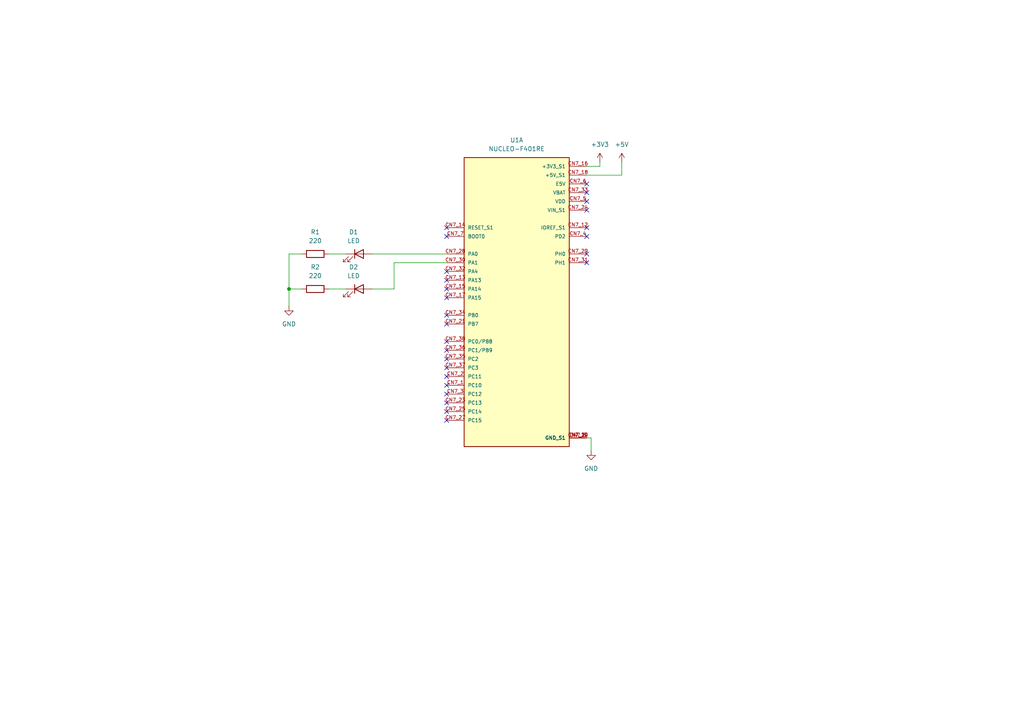
<source format=kicad_sch>
(kicad_sch (version 20231120) (generator "eeschema") (generator_version "8.0")
  (paper "A4")
  (lib_symbols
    (symbol "Device:LED" (pin_numbers hide) (pin_names (offset 1.016) hide)
      (property "Reference" "D" (at 0 2.54 0))
      (property "Value" "LED" (at 0 -2.54 0))
      (symbol "LED_0_1"
        (polyline (pts (xy -1.27 -1.27) (xy -1.27 1.27)) (stroke (width 0.254)))
        (polyline (pts (xy -1.27 0) (xy 1.27 0)))
        (polyline (pts (xy 1.27 -1.27) (xy 1.27 1.27) (xy -1.27 0) (xy 1.27 -1.27)) (stroke (width 0.254)))
        (polyline (pts (xy -3.048 -0.762) (xy -4.572 -2.286) (xy -3.81 -2.286) (xy -4.572 -2.286) (xy -4.572 -1.524)))
        (polyline (pts (xy -1.778 -0.762) (xy -3.302 -2.286) (xy -2.54 -2.286) (xy -3.302 -2.286) (xy -3.302 -1.524)))
      )
      (symbol "LED_1_1"
        (pin passive line (at -3.81 0 0) (length 2.54) (name "K") (number "1"))
        (pin passive line (at 3.81 0 180) (length 2.54) (name "A") (number "2"))
      )
    )
    (symbol "Device:R" (pin_numbers hide) (pin_names (offset 0))
      (property "Reference" "R" (at 2.032 0 90))
      (property "Value" "R" (at 0 0 90))
      (symbol "R_0_1"
        (rectangle (start -1.016 -2.54) (end 1.016 2.54) (stroke (width 0.254)))
      )
      (symbol "R_1_1"
        (pin passive line (at 0 3.81 270) (length 1.27) (name "~") (number "1"))
        (pin passive line (at 0 -3.81 90) (length 1.27) (name "~") (number "2"))
      )
    )
    (symbol "NUCLEO-F401RE:NUCLEO-F401RE" (pin_names (offset 1.016))
      (property "Reference" "U" (at -15.24 41.91 0))
      (property "Value" "NUCLEO-F401RE" (at -15.24 -44.45 0))
      (symbol "NUCLEO-F401RE_1_0"
        (rectangle (start -15.24 -43.18) (end 15.24 40.64) (stroke (width 0.254)) (fill (type background)))
        (pin bidirectional line (at -20.32 -25.4 0) (length 5.08) (name "PC10") (number "CN7_1"))
        (pin bidirectional line (at 20.32 20.32 180) (length 5.08) (name "IOREF_S1") (number "CN7_12"))
        (pin bidirectional line (at -20.32 5.08 0) (length 5.08) (name "PA13") (number "CN7_13"))
        (pin bidirectional line (at -20.32 20.32 0) (length 5.08) (name "RESET_S1") (number "CN7_14"))
        (pin bidirectional line (at -20.32 2.54 0) (length 5.08) (name "PA14") (number "CN7_15"))
        (pin power_in line (at 20.32 38.1 180) (length 5.08) (name "+3V3_S1") (number "CN7_16"))
        (pin bidirectional line (at -20.32 0 0) (length 5.08) (name "PA15") (number "CN7_17"))
        (pin power_in line (at 20.32 35.56 180) (length 5.08) (name "+5V_S1") (number "CN7_18"))
        (pin power_in line (at 20.32 -40.64 180) (length 5.08) (name "GND_S1") (number "CN7_19"))
        (pin bidirectional line (at -20.32 -22.86 0) (length 5.08) (name "PC11") (number "CN7_2"))
        (pin power_in line (at 20.32 -40.64 180) (length 5.08) (name "GND_S1") (number "CN7_20"))
        (pin bidirectional line (at -20.32 -7.62 0) (length 5.08) (name "PB7") (number "CN7_21"))
        (pin power_in line (at 20.32 -40.64 180) (length 5.08) (name "GND_S1") (number "CN7_22"))
        (pin bidirectional line (at -20.32 -30.48 0) (length 5.08) (name "PC13") (number "CN7_23"))
        (pin power_in line (at 20.32 25.4 180) (length 5.08) (name "VIN_S1") (number "CN7_24"))
        (pin bidirectional line (at -20.32 -33.02 0) (length 5.08) (name "PC14") (number "CN7_25"))
        (pin bidirectional line (at -20.32 -35.56 0) (length 5.08) (name "PC15") (number "CN7_27"))
        (pin bidirectional line (at -20.32 12.7 0) (length 5.08) (name "PA0") (number "CN7_28"))
        (pin bidirectional line (at 20.32 12.7 180) (length 5.08) (name "PH0") (number "CN7_29"))
        (pin bidirectional line (at -20.32 -27.94 0) (length 5.08) (name "PC12") (number "CN7_3"))
        (pin bidirectional line (at -20.32 10.16 0) (length 5.08) (name "PA1") (number "CN7_30"))
        (pin bidirectional line (at 20.32 10.16 180) (length 5.08) (name "PH1") (number "CN7_31"))
        (pin bidirectional line (at -20.32 7.62 0) (length 5.08) (name "PA4") (number "CN7_32"))
        (pin power_in line (at 20.32 30.48 180) (length 5.08) (name "VBAT") (number "CN7_33"))
        (pin bidirectional line (at -20.32 -5.08 0) (length 5.08) (name "PB0") (number "CN7_34"))
        (pin bidirectional line (at -20.32 -17.78 0) (length 5.08) (name "PC2") (number "CN7_35"))
        (pin bidirectional line (at -20.32 -15.24 0) (length 5.08) (name "PC1/PB9") (number "CN7_36"))
        (pin bidirectional line (at -20.32 -20.32 0) (length 5.08) (name "PC3") (number "CN7_37"))
        (pin bidirectional line (at -20.32 -12.7 0) (length 5.08) (name "PC0/PB8") (number "CN7_38"))
        (pin bidirectional line (at 20.32 17.78 180) (length 5.08) (name "PD2") (number "CN7_4"))
        (pin power_in line (at 20.32 27.94 180) (length 5.08) (name "VDD") (number "CN7_5"))
        (pin power_in line (at 20.32 33.02 180) (length 5.08) (name "E5V") (number "CN7_6"))
        (pin bidirectional line (at -20.32 17.78 0) (length 5.08) (name "BOOT0") (number "CN7_7"))
        (pin power_in line (at 20.32 -40.64 180) (length 5.08) (name "GND_S1") (number "CN7_8"))
      )
      (symbol "NUCLEO-F401RE_2_0"
        (rectangle (start -12.7 -40.64) (end 12.7 38.1) (stroke (width 0.254)) (fill (type background)))
        (pin bidirectional line (at 17.78 15.24 180) (length 5.08) (name "PC9") (number "CN10_1"))
        (pin bidirectional line (at -17.78 22.86 0) (length 5.08) (name "PA5") (number "CN10_11"))
        (pin bidirectional line (at -17.78 5.08 0) (length 5.08) (name "PA12") (number "CN10_12"))
        (pin bidirectional line (at -17.78 20.32 0) (length 5.08) (name "PA6") (number "CN10_13"))
        (pin bidirectional line (at -17.78 7.62 0) (length 5.08) (name "PA11") (number "CN10_14"))
        (pin bidirectional line (at -17.78 17.78 0) (length 5.08) (name "PA7") (number "CN10_15"))
        (pin bidirectional line (at -17.78 -22.86 0) (length 5.08) (name "PB12") (number "CN10_16"))
        (pin bidirectional line (at -17.78 -12.7 0) (length 5.08) (name "PB6") (number "CN10_17"))
        (pin bidirectional line (at 17.78 20.32 180) (length 5.08) (name "PC7") (number "CN10_19"))
        (pin bidirectional line (at 17.78 17.78 180) (length 5.08) (name "PC8") (number "CN10_2"))
        (pin power_in line (at 17.78 -38.1 180) (length 5.08) (name "GND_S2") (number "CN10_20"))
        (pin bidirectional line (at -17.78 12.7 0) (length 5.08) (name "PA9") (number "CN10_21"))
        (pin bidirectional line (at -17.78 -2.54 0) (length 5.08) (name "PB2") (number "CN10_22"))
        (pin bidirectional line (at -17.78 15.24 0) (length 5.08) (name "PA8") (number "CN10_23"))
        (pin bidirectional line (at -17.78 0 0) (length 5.08) (name "PB1") (number "CN10_24"))
        (pin bidirectional line (at -17.78 -20.32 0) (length 5.08) (name "PB10") (number "CN10_25"))
        (pin bidirectional line (at -17.78 -30.48 0) (length 5.08) (name "PB15") (number "CN10_26"))
        (pin bidirectional line (at -17.78 -7.62 0) (length 5.08) (name "PB4") (number "CN10_27"))
        (pin bidirectional line (at -17.78 -27.94 0) (length 5.08) (name "PB14") (number "CN10_28"))
        (pin bidirectional line (at -17.78 -10.16 0) (length 5.08) (name "PB5") (number "CN10_29"))
        (pin bidirectional line (at -17.78 -15.24 0) (length 5.08) (name "PB8") (number "CN10_3"))
        (pin bidirectional line (at -17.78 -25.4 0) (length 5.08) (name "PB13") (number "CN10_30"))
        (pin bidirectional line (at -17.78 -5.08 0) (length 5.08) (name "PB3") (number "CN10_31"))
        (pin power_in line (at 17.78 -35.56 180) (length 5.08) (name "AGND") (number "CN10_32"))
        (pin bidirectional line (at -17.78 10.16 0) (length 5.08) (name "PA10") (number "CN10_33"))
        (pin bidirectional line (at 17.78 27.94 180) (length 5.08) (name "PC4") (number "CN10_34"))
        (pin bidirectional line (at -17.78 27.94 0) (length 5.08) (name "PA2") (number "CN10_35"))
        (pin bidirectional line (at -17.78 25.4 0) (length 5.08) (name "PA3") (number "CN10_37"))
        (pin bidirectional line (at 17.78 22.86 180) (length 5.08) (name "PC6") (number "CN10_4"))
        (pin bidirectional line (at -17.78 -17.78 0) (length 5.08) (name "PB9") (number "CN10_5"))
        (pin bidirectional line (at 17.78 25.4 180) (length 5.08) (name "PC5") (number "CN10_6"))
        (pin power_in line (at 17.78 35.56 180) (length 5.08) (name "AVDD") (number "CN10_7"))
        (pin power_in line (at 17.78 33.02 180) (length 5.08) (name "U5V") (number "CN10_8"))
        (pin power_in line (at 17.78 -38.1 180) (length 5.08) (name "GND_S2") (number "CN10_9"))
      )
      (symbol "NUCLEO-F401RE_3_0"
        (rectangle (start -10.16 -12.7) (end 10.16 10.16) (stroke (width 0.254)) (fill (type background)))
        (pin bidirectional line (at -15.24 -5.08 0) (length 5.08) (name "IOREF") (number "CN6_2"))
        (pin bidirectional line (at -15.24 -2.54 0) (length 5.08) (name "RESET") (number "CN6_3"))
        (pin power_in line (at 15.24 2.54 180) (length 5.08) (name "+3V3") (number "CN6_4"))
        (pin power_in line (at 15.24 5.08 180) (length 5.08) (name "+5V") (number "CN6_5"))
        (pin power_in line (at 15.24 -10.16 180) (length 5.08) (name "GND") (number "CN6_6"))
        (pin power_in line (at 15.24 -10.16 180) (length 5.08) (name "GND") (number "CN6_7"))
        (pin power_in line (at 15.24 7.62 180) (length 5.08) (name "VIN") (number "CN6_8"))
      )
      (symbol "NUCLEO-F401RE_4_0"
        (rectangle (start -5.08 -12.7) (end 5.08 12.7) (stroke (width 0.254)) (fill (type background)))
        (pin input line (at -10.16 10.16 0) (length 5.08) (name "D0") (number "CN9_1"))
        (pin output line (at -10.16 7.62 0) (length 5.08) (name "D1") (number "CN9_2"))
        (pin bidirectional line (at -10.16 2.54 0) (length 5.08) (name "D2") (number "CN9_3"))
        (pin bidirectional line (at -10.16 0 0) (length 5.08) (name "D3") (number "CN9_4"))
        (pin bidirectional line (at -10.16 -2.54 0) (length 5.08) (name "D4") (number "CN9_5"))
        (pin bidirectional line (at -10.16 -5.08 0) (length 5.08) (name "D5") (number "CN9_6"))
        (pin bidirectional line (at -10.16 -7.62 0) (length 5.08) (name "D6") (number "CN9_7"))
        (pin bidirectional line (at -10.16 -10.16 0) (length 5.08) (name "D7") (number "CN9_8"))
      )
      (symbol "NUCLEO-F401RE_5_0"
        (rectangle (start -5.08 -10.16) (end 5.08 7.62) (stroke (width 0.254)) (fill (type background)))
        (pin input line (at -10.16 5.08 0) (length 5.08) (name "A0") (number "CN8_1"))
        (pin input line (at -10.16 2.54 0) (length 5.08) (name "A1") (number "CN8_2"))
        (pin input line (at -10.16 0 0) (length 5.08) (name "A2") (number "CN8_3"))
        (pin input line (at -10.16 -2.54 0) (length 5.08) (name "A3") (number "CN8_4"))
        (pin input line (at -10.16 -5.08 0) (length 5.08) (name "A4") (number "CN8_5"))
        (pin input line (at -10.16 -7.62 0) (length 5.08) (name "A5") (number "CN8_6"))
      )
      (symbol "NUCLEO-F401RE_6_0"
        (rectangle (start -10.16 -17.78) (end 10.16 15.24) (stroke (width 0.254)) (fill (type background)))
        (pin bidirectional line (at -15.24 7.62 0) (length 5.08) (name "D8") (number "CN5_1"))
        (pin bidirectional clock (at -15.24 -10.16 0) (length 5.08) (name "D15") (number "CN5_10"))
        (pin bidirectional line (at -15.24 5.08 0) (length 5.08) (name "D9") (number "CN5_2"))
        (pin bidirectional line (at -15.24 2.54 0) (length 5.08) (name "D10") (number "CN5_3"))
        (pin bidirectional line (at -15.24 0 0) (length 5.08) (name "D11") (number "CN5_4"))
        (pin bidirectional line (at -15.24 -2.54 0) (length 5.08) (name "D12") (number "CN5_5"))
        (pin bidirectional clock (at -15.24 -5.08 0) (length 5.08) (name "D13") (number "CN5_6"))
        (pin power_in line (at 15.24 -15.24 180) (length 5.08) (name "GND_S6") (number "CN5_7"))
        (pin power_in line (at 15.24 12.7 180) (length 5.08) (name "AREF") (number "CN5_8"))
        (pin bidirectional line (at -15.24 -7.62 0) (length 5.08) (name "D14") (number "CN5_9"))
      )
    )
    (symbol "power:+3V3" (power) (pin_numbers hide) (pin_names (offset 0) hide)
      (property "Value" "+3V3" (at 0 3.556 0))
      (symbol "+3V3_0_1"
        (polyline (pts (xy -0.762 1.27) (xy 0 2.54)))
        (polyline (pts (xy 0 0) (xy 0 2.54)))
        (polyline (pts (xy 0 2.54) (xy 0.762 1.27)))
      )
      (symbol "+3V3_1_1"
        (pin power_in line (at 0 0 90) (length 0) (name "~") (number "1"))
      )
    )
    (symbol "power:+5V" (power) (pin_numbers hide) (pin_names (offset 0) hide)
      (property "Value" "+5V" (at 0 3.556 0))
      (symbol "+5V_0_1"
        (polyline (pts (xy -0.762 1.27) (xy 0 2.54)))
        (polyline (pts (xy 0 0) (xy 0 2.54)))
        (polyline (pts (xy 0 2.54) (xy 0.762 1.27)))
      )
      (symbol "+5V_1_1"
        (pin power_in line (at 0 0 90) (length 0) (name "~") (number "1"))
      )
    )
    (symbol "power:GND" (power) (pin_numbers hide) (pin_names (offset 0) hide)
      (property "Value" "GND" (at 0 -3.81 0))
      (symbol "GND_0_1"
        (polyline (pts (xy 0 0) (xy 0 -1.27) (xy 1.27 -1.27) (xy 0 -2.54) (xy -1.27 -1.27) (xy 0 -1.27)))
      )
      (symbol "GND_1_1"
        (pin power_in line (at 0 0 270) (length 0) (name "~") (number "1"))
      )
    )
  )
  (junction (at 83.82 83.82))
  (no_connect (at 129.54 116.84))
  (no_connect (at 170.18 76.2))
  (no_connect (at 129.54 111.76))
  (no_connect (at 170.18 68.58))
  (no_connect (at 129.54 101.6))
  (no_connect (at 129.54 106.68))
  (no_connect (at 129.54 86.36))
  (no_connect (at 170.18 60.96))
  (no_connect (at 129.54 81.28))
  (no_connect (at 129.54 66.04))
  (no_connect (at 129.54 104.14))
  (no_connect (at 129.54 99.06))
  (no_connect (at 170.18 73.66))
  (no_connect (at 129.54 83.82))
  (no_connect (at 129.54 78.74))
  (no_connect (at 129.54 119.38))
  (no_connect (at 170.18 58.42))
  (no_connect (at 170.18 55.88))
  (no_connect (at 129.54 121.92))
  (no_connect (at 129.54 114.3))
  (no_connect (at 129.54 93.98))
  (no_connect (at 170.18 66.04))
  (no_connect (at 129.54 91.44))
  (no_connect (at 170.18 53.34))
  (no_connect (at 129.54 68.58))
  (no_connect (at 129.54 109.22))
  (wire (pts (xy 171.45 130.81) (xy 171.45 127)))
  (wire (pts (xy 83.82 73.66) (xy 87.63 73.66)))
  (wire (pts (xy 83.82 88.9) (xy 83.82 83.82)))
  (wire (pts (xy 173.99 48.26) (xy 170.18 48.26)))
  (wire (pts (xy 83.82 83.82) (xy 83.82 73.66)))
  (wire (pts (xy 173.99 46.99) (xy 173.99 48.26)))
  (wire (pts (xy 180.34 50.8) (xy 170.18 50.8)))
  (wire (pts (xy 114.3 76.2) (xy 129.54 76.2)))
  (wire (pts (xy 114.3 83.82) (xy 114.3 76.2)))
  (wire (pts (xy 107.95 73.66) (xy 129.54 73.66)))
  (wire (pts (xy 95.25 73.66) (xy 100.33 73.66)))
  (wire (pts (xy 107.95 83.82) (xy 114.3 83.82)))
  (wire (pts (xy 95.25 83.82) (xy 100.33 83.82)))
  (wire (pts (xy 180.34 46.99) (xy 180.34 50.8)))
  (wire (pts (xy 171.45 127) (xy 170.18 127)))
  (wire (pts (xy 83.82 83.82) (xy 87.63 83.82)))
  (symbol (lib_id "Device:LED") (at 104.14 83.82 0) (unit 1)
    (property "Reference" "D2" (at 102.5525 77.47 0))
    (property "Value" "LED" (at 102.5525 80.01 0))
    (property "Footprint" "LED_THT:LED_D5.0mm" (effects (hide yes)))
    (property "Description" "Light emitting diode" (effects (hide yes)))
  )
  (symbol (lib_id "power:+5V") (at 180.34 46.99 0) (unit 1)
    (property "Reference" "#PWR03" (effects (hide yes)))
    (property "Value" "+5V" (at 180.34 41.91 0))
    (property "Description" "Power symbol creates a global label with name \"+5V\"" (effects (hide yes)))
  )
  (symbol (lib_id "power:GND") (at 83.82 88.9 0) (unit 1)
    (property "Reference" "#PWR01" (effects (hide yes)))
    (property "Value" "GND" (at 83.82 93.98 0))
    (property "Description" "Power symbol creates a global label with name \"GND\" , ground" (effects (hide yes)))
  )
  (symbol (lib_id "Device:R") (at 91.44 73.66 90) (unit 1)
    (property "Reference" "R1" (at 91.44 67.31 90))
    (property "Value" "220" (at 91.44 69.85 90))
    (property "Footprint" "Resistor_THT:R_Axial_DIN0207_L6.3mm_D2.5mm_P7.62mm_Horizontal" (effects (hide yes)))
    (property "Description" "Resistor" (effects (hide yes)))
  )
  (symbol (lib_id "Device:R") (at 91.44 83.82 90) (unit 1)
    (property "Reference" "R2" (at 91.44 77.47 90))
    (property "Value" "220" (at 91.44 80.01 90))
    (property "Footprint" "Resistor_THT:R_Axial_DIN0207_L6.3mm_D2.5mm_P7.62mm_Horizontal" (effects (hide yes)))
    (property "Description" "Resistor" (effects (hide yes)))
  )
  (symbol (lib_id "NUCLEO-F401RE:NUCLEO-F401RE") (at 149.86 86.36 0) (unit 1)
    (property "Reference" "U1" (at 149.86 40.64 0))
    (property "Value" "NUCLEO-F401RE" (at 149.86 43.18 0))
    (property "Footprint" "NUCLEO-F401RE:ST_NUCLEO-F401RE" (effects (hide yes)))
    (property "DigiKey_Part_Number" "497-14360-ND" (effects (hide yes)))
    (property "MF" "STMicroelectronics" (effects (hide yes)))
    (property "MAXIMUM_PACKAGE_HEIGHT" "N/A" (effects (hide yes)))
    (property "Package" "None" (effects (hide yes)))
    (property "Check_prices" "https://www.snapeda.com/parts/NUCLEO-F401RE/STMicroelectronics/view-part/?ref=eda" (effects (hide yes)))
    (property "STANDARD" "Manufacturer Recommendations" (effects (hide yes)))
    (property "PARTREV" "13" (effects (hide yes)))
    (property "SnapEDA_Link" "https://www.snapeda.com/parts/NUCLEO-F401RE/STMicroelectronics/view-part/?ref=snap" (effects (hide yes)))
    (property "MP" "NUCLEO-F401RE" (effects (hide yes)))
    (property "Purchase-URL" "https://www.snapeda.com/api/url_track_click_mouser/?unipart_id=329267&manufacturer=STMicroelectronics&part_name=NUCLEO-F401RE&search_term=nucleo-f401re" (effects (hide yes)))
    (property "Description_1" "\nSTM32F401RE, mbed-Enabled Development Nucleo-64 STM32F4 ARM® Cortex®-M4 MCU 32-Bit Embedded Evaluation Board\n" (effects (hide yes)))
    (property "MANUFACTURER" "STMicroelectronics" (effects (hide yes)))
  )
  (symbol (lib_id "power:GND") (at 171.45 130.81 0) (unit 1)
    (property "Reference" "#PWR02" (effects (hide yes)))
    (property "Value" "GND" (at 171.45 135.89 0))
    (property "Description" "Power symbol creates a global label with name \"GND\" , ground" (effects (hide yes)))
  )
  (symbol (lib_id "power:+3V3") (at 173.99 46.99 0) (unit 1)
    (property "Reference" "#PWR04" (effects (hide yes)))
    (property "Value" "+3V3" (at 173.99 41.91 0))
    (property "Description" "Power symbol creates a global label with name \"+3V3\"" (effects (hide yes)))
  )
  (symbol (lib_id "Device:LED") (at 104.14 73.66 0) (unit 1)
    (property "Reference" "D1" (at 102.5525 67.31 0))
    (property "Value" "LED" (at 102.5525 69.85 0))
    (property "Footprint" "LED_THT:LED_D5.0mm" (effects (hide yes)))
    (property "Description" "Light emitting diode" (effects (hide yes)))
  )
)
</source>
